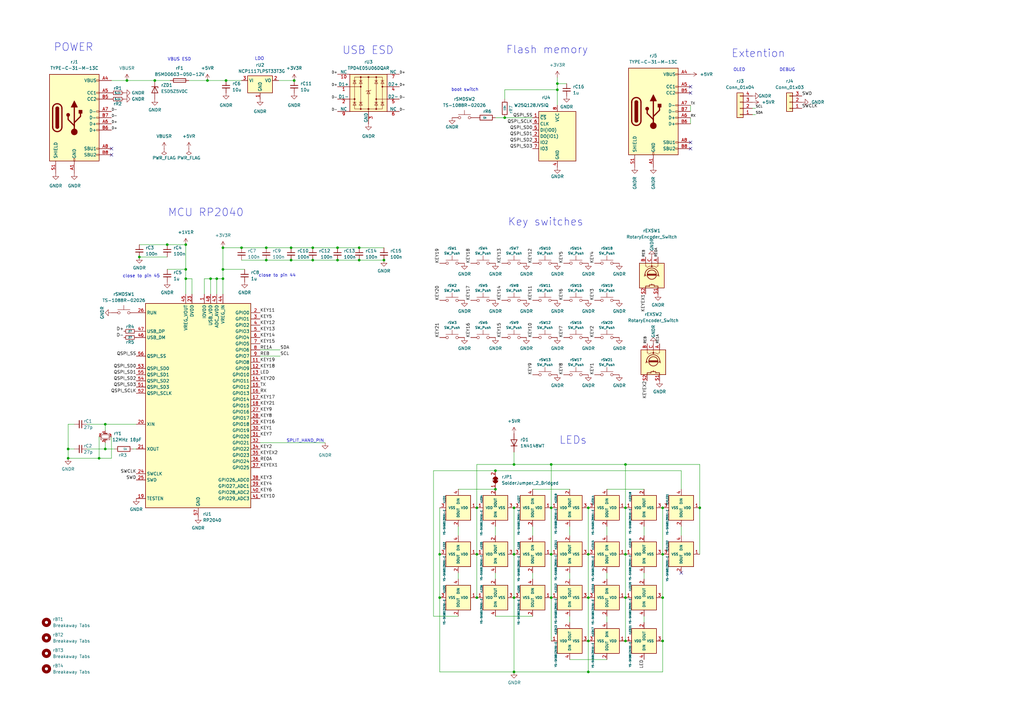
<source format=kicad_sch>
(kicad_sch (version 20230121) (generator eeschema)
  (paper "A3")
  (title_block (title "Corne Right") (date "2023-10-07") (rev "4.0.0") (company "foostan"))
  (junction (at 27.94 184.15))
  (junction (at 228.6 36.83))
  (junction (at 180.34 245.11))
  (junction (at 226.06 227.33))
  (junction (at 210.82 245.11))
  (junction (at 91.44 114.3))
  (junction (at 241.3 227.33))
  (junction (at 256.54 227.33))
  (junction (at 128.27 101.6))
  (junction (at 40.64 187.96))
  (junction (at 195.58 208.28))
  (junction (at 43.18 184.15))
  (junction (at 226.06 245.11))
  (junction (at 271.78 262.89))
  (junction (at 271.78 245.11))
  (junction (at 256.54 262.89))
  (junction (at 157.48 106.68))
  (junction (at 91.44 110.49))
  (junction (at 76.2 100.33))
  (junction (at 241.3 245.11))
  (junction (at 92.71 33.02))
  (junction (at 228.6 34.29))
  (junction (at 210.82 190.5))
  (junction (at 57.15 105.41))
  (junction (at 27.94 187.96))
  (junction (at 99.06 101.6))
  (junction (at 88.9 114.3))
  (junction (at 138.43 106.68))
  (junction (at 271.78 208.28))
  (junction (at 52.07 33.02))
  (junction (at 109.22 101.6))
  (junction (at 120.65 33.02))
  (junction (at 226.06 190.5))
  (junction (at 210.82 227.33))
  (junction (at 203.2 193.04))
  (junction (at 203.2 200.66))
  (junction (at 241.3 208.28))
  (junction (at 128.27 106.68))
  (junction (at 207.01 48.26))
  (junction (at 256.54 208.28))
  (junction (at 119.38 106.68))
  (junction (at 86.36 114.3))
  (junction (at 109.22 106.68))
  (junction (at 68.58 100.33))
  (junction (at 256.54 190.5))
  (junction (at 76.2 114.3))
  (junction (at 91.44 101.6))
  (junction (at 287.02 208.28))
  (junction (at 241.3 262.89))
  (junction (at 85.09 33.02))
  (junction (at 256.54 245.11))
  (junction (at 210.82 275.59))
  (junction (at 226.06 208.28))
  (junction (at 63.5 33.02))
  (junction (at 241.3 275.59))
  (junction (at 119.38 101.6))
  (junction (at 147.32 101.6))
  (junction (at 43.18 173.99))
  (junction (at 195.58 245.11))
  (junction (at 180.34 227.33))
  (junction (at 147.32 106.68))
  (junction (at 195.58 227.33))
  (junction (at 210.82 208.28))
  (junction (at 271.78 227.33))
  (junction (at 76.2 110.49))
  (junction (at 138.43 101.6))
  (no_connect (at 283.21 60.96))
  (no_connect (at 283.21 35.56))
  (no_connect (at 45.72 63.5))
  (no_connect (at 279.4 234.95))
  (no_connect (at 45.72 60.96))
  (no_connect (at 283.21 58.42))
  (no_connect (at 283.21 38.1))
  (wire (pts (xy 91.44 101.6) (xy 99.06 101.6)))
  (wire (pts (xy 241.3 208.28) (xy 241.3 227.33)))
  (wire (pts (xy 106.68 146.05) (xy 114.935 146.05)))
  (wire (pts (xy 138.43 101.6) (xy 147.32 101.6)))
  (wire (pts (xy 83.82 114.3) (xy 86.36 114.3)))
  (wire (pts (xy 85.09 33.02) (xy 92.71 33.02)))
  (wire (pts (xy 210.82 227.33) (xy 210.82 245.11)))
  (wire (pts (xy 27.94 187.96) (xy 40.64 187.96)))
  (wire (pts (xy 241.3 262.89) (xy 241.3 275.59)))
  (wire (pts (xy 210.82 190.5) (xy 195.58 190.5)))
  (wire (pts (xy 180.34 245.11) (xy 180.34 275.59)))
  (wire (pts (xy 27.94 173.99) (xy 27.94 184.15)))
  (wire (pts (xy 147.32 106.68) (xy 157.48 106.68)))
  (wire (pts (xy 138.43 106.68) (xy 147.32 106.68)))
  (wire (pts (xy 256.54 227.33) (xy 256.54 245.11)))
  (wire (pts (xy 30.48 173.99) (xy 27.94 173.99)))
  (wire (pts (xy 226.06 245.11) (xy 226.06 262.89)))
  (wire (pts (xy 264.16 234.95) (xy 264.16 237.49)))
  (wire (pts (xy 106.68 181.61) (xy 133.35 181.61)))
  (wire (pts (xy 177.8 193.04) (xy 203.2 193.04)))
  (wire (pts (xy 114.3 33.02) (xy 120.65 33.02)))
  (wire (pts (xy 271.78 275.59) (xy 241.3 275.59)))
  (wire (pts (xy 43.18 184.15) (xy 43.18 181.61)))
  (wire (pts (xy 86.36 114.3) (xy 86.36 120.65)))
  (wire (pts (xy 233.68 252.73) (xy 233.68 255.27)))
  (wire (pts (xy 248.92 215.9) (xy 248.92 219.71)))
  (wire (pts (xy 180.34 208.28) (xy 180.34 227.33)))
  (wire (pts (xy 119.38 101.6) (xy 128.27 101.6)))
  (wire (pts (xy 218.44 234.95) (xy 218.44 237.49)))
  (wire (pts (xy 109.22 106.68) (xy 119.38 106.68)))
  (wire (pts (xy 68.58 110.49) (xy 76.2 110.49)))
  (wire (pts (xy 35.56 184.15) (xy 43.18 184.15)))
  (wire (pts (xy 76.2 110.49) (xy 76.2 114.3)))
  (wire (pts (xy 210.82 275.59) (xy 241.3 275.59)))
  (wire (pts (xy 91.44 114.3) (xy 88.9 114.3)))
  (wire (pts (xy 63.5 33.02) (xy 69.85 33.02)))
  (wire (pts (xy 76.2 100.33) (xy 76.2 110.49)))
  (wire (pts (xy 271.78 245.11) (xy 271.78 262.89)))
  (wire (pts (xy 283.21 43.18) (xy 283.21 45.72)))
  (wire (pts (xy 91.44 120.65) (xy 91.44 114.3)))
  (wire (pts (xy 228.6 36.83) (xy 207.01 36.83)))
  (wire (pts (xy 91.44 101.6) (xy 91.44 110.49)))
  (wire (pts (xy 279.4 193.04) (xy 279.4 200.66)))
  (wire (pts (xy 43.18 176.53) (xy 43.18 173.99)))
  (wire (pts (xy 99.06 106.68) (xy 109.22 106.68)))
  (wire (pts (xy 233.68 237.49) (xy 233.68 234.95)))
  (wire (pts (xy 233.68 200.66) (xy 218.44 200.66)))
  (wire (pts (xy 256.54 245.11) (xy 256.54 262.89)))
  (wire (pts (xy 309.88 46.99) (xy 308.61 46.99)))
  (wire (pts (xy 27.94 184.15) (xy 30.48 184.15)))
  (wire (pts (xy 287.02 208.28) (xy 287.02 227.33)))
  (wire (pts (xy 241.3 227.33) (xy 241.3 245.11)))
  (wire (pts (xy 195.58 190.5) (xy 195.58 208.28)))
  (wire (pts (xy 45.72 187.96) (xy 40.64 187.96)))
  (wire (pts (xy 207.01 48.26) (xy 218.44 48.26)))
  (wire (pts (xy 203.2 252.73) (xy 218.44 252.73)))
  (wire (pts (xy 233.68 219.71) (xy 233.68 215.9)))
  (wire (pts (xy 177.8 193.04) (xy 177.8 252.73)))
  (wire (pts (xy 218.44 219.71) (xy 218.44 215.9)))
  (wire (pts (xy 264.16 215.9) (xy 264.16 219.71)))
  (wire (pts (xy 40.64 179.07) (xy 40.64 187.96)))
  (wire (pts (xy 86.36 114.3) (xy 88.9 114.3)))
  (wire (pts (xy 283.21 48.26) (xy 283.21 50.8)))
  (wire (pts (xy 195.58 227.33) (xy 195.58 245.11)))
  (wire (pts (xy 271.78 208.28) (xy 271.78 227.33)))
  (wire (pts (xy 106.68 143.51) (xy 114.935 143.51)))
  (wire (pts (xy 57.15 105.41) (xy 68.58 105.41)))
  (wire (pts (xy 119.38 106.68) (xy 128.27 106.68)))
  (wire (pts (xy 68.58 100.33) (xy 76.2 100.33)))
  (wire (pts (xy 147.32 101.6) (xy 157.48 101.6)))
  (wire (pts (xy 91.44 110.49) (xy 91.44 114.3)))
  (wire (pts (xy 83.82 114.3) (xy 83.82 120.65)))
  (wire (pts (xy 43.18 173.99) (xy 55.88 173.99)))
  (wire (pts (xy 180.34 227.33) (xy 180.34 245.11)))
  (wire (pts (xy 210.82 208.28) (xy 210.82 227.33)))
  (wire (pts (xy 52.07 33.02) (xy 63.5 33.02)))
  (wire (pts (xy 88.9 114.3) (xy 88.9 120.65)))
  (wire (pts (xy 309.88 44.45) (xy 308.61 44.45)))
  (wire (pts (xy 279.4 215.9) (xy 279.4 219.71)))
  (wire (pts (xy 54.61 184.15) (xy 55.88 184.15)))
  (wire (pts (xy 45.72 33.02) (xy 52.07 33.02)))
  (wire (pts (xy 256.54 190.5) (xy 287.02 190.5)))
  (wire (pts (xy 256.54 190.5) (xy 256.54 208.28)))
  (wire (pts (xy 128.27 101.6) (xy 138.43 101.6)))
  (wire (pts (xy 76.2 120.65) (xy 76.2 114.3)))
  (wire (pts (xy 203.2 237.49) (xy 203.2 234.95)))
  (wire (pts (xy 45.72 179.07) (xy 45.72 187.96)))
  (wire (pts (xy 203.2 219.71) (xy 203.2 215.9)))
  (wire (pts (xy 203.2 193.04) (xy 279.4 193.04)))
  (wire (pts (xy 91.44 110.49) (xy 100.33 110.49)))
  (wire (pts (xy 241.3 245.11) (xy 241.3 262.89)))
  (wire (pts (xy 271.78 262.89) (xy 271.78 275.59)))
  (wire (pts (xy 109.22 101.6) (xy 119.38 101.6)))
  (wire (pts (xy 256.54 208.28) (xy 256.54 227.33)))
  (wire (pts (xy 228.6 36.83) (xy 228.6 43.18)))
  (wire (pts (xy 248.92 270.51) (xy 233.68 270.51)))
  (wire (pts (xy 187.96 234.95) (xy 187.96 237.49)))
  (wire (pts (xy 287.02 190.5) (xy 287.02 208.28)))
  (wire (pts (xy 228.6 31.75) (xy 228.6 34.29)))
  (wire (pts (xy 203.2 48.26) (xy 207.01 48.26)))
  (wire (pts (xy 210.82 190.5) (xy 226.06 190.5)))
  (wire (pts (xy 128.27 106.68) (xy 138.43 106.68)))
  (wire (pts (xy 195.58 208.28) (xy 195.58 227.33)))
  (wire (pts (xy 35.56 173.99) (xy 43.18 173.99)))
  (wire (pts (xy 228.6 34.29) (xy 232.41 34.29)))
  (wire (pts (xy 248.92 234.95) (xy 248.92 237.49)))
  (wire (pts (xy 203.2 200.66) (xy 187.96 200.66)))
  (wire (pts (xy 78.74 114.3) (xy 76.2 114.3)))
  (wire (pts (xy 92.71 33.02) (xy 99.06 33.02)))
  (wire (pts (xy 228.6 34.29) (xy 228.6 36.83)))
  (wire (pts (xy 271.78 227.33) (xy 271.78 245.11)))
  (wire (pts (xy 248.92 200.66) (xy 264.16 200.66)))
  (wire (pts (xy 226.06 208.28) (xy 226.06 227.33)))
  (wire (pts (xy 226.06 190.5) (xy 226.06 208.28)))
  (wire (pts (xy 210.82 185.42) (xy 210.82 190.5)))
  (wire (pts (xy 207.01 36.83) (xy 207.01 40.64)))
  (wire (pts (xy 99.06 101.6) (xy 109.22 101.6)))
  (wire (pts (xy 226.06 190.5) (xy 256.54 190.5)))
  (wire (pts (xy 43.18 184.15) (xy 46.99 184.15)))
  (wire (pts (xy 27.94 184.15) (xy 27.94 187.96)))
  (wire (pts (xy 57.15 100.33) (xy 68.58 100.33)))
  (wire (pts (xy 78.74 120.65) (xy 78.74 114.3)))
  (wire (pts (xy 226.06 227.33) (xy 226.06 245.11)))
  (wire (pts (xy 77.47 33.02) (xy 85.09 33.02)))
  (wire (pts (xy 180.34 275.59) (xy 210.82 275.59)))
  (wire (pts (xy 187.96 215.9) (xy 187.96 219.71)))
  (wire (pts (xy 187.96 252.73) (xy 177.8 252.73)))
  (wire (pts (xy 264.16 252.73) (xy 264.16 255.27)))
  (wire (pts (xy 210.82 245.11) (xy 210.82 275.59)))
  (wire (pts (xy 248.92 252.73) (xy 248.92 255.27)))
  (text "USB ESD" (at 140.335 22.606 0) (effects (font (size 3.175 3.175)) (justify left bottom)))
  (text "Flash memory" (at 207.518 22.352 0) (effects (font (size 3.175 3.175)) (justify left bottom)))
  (text "MCU RP2040" (at 68.834 89.154 0) (effects (font (size 3.175 3.175)) (justify left bottom)))
  (text "DEBUG" (at 319.659 29.464 0) (effects (font (size 1.27 1.27)) (justify left bottom)))
  (text "POWER\n" (at 21.971 21.336 0) (effects (font (size 3.175 3.175)) (justify left bottom)))
  (text "boot switch" (at 185.039 37.592 0) (effects (font (size 1.27 1.27)) (justify left bottom)))
  (text "LDO" (at 104.521 24.892 0) (effects (font (size 1.27 1.27)) (justify left bottom)))
  (text "Key switches" (at 208.28 92.964 0) (effects (font (size 3.175 3.175)) (justify left bottom)))
  (text "LEDs" (at 229.362 182.499 0) (effects (font (size 3.175 3.175)) (justify left bottom)))
  (text "Extention" (at 299.974 23.876 0) (effects (font (size 3.175 3.175)) (justify left bottom)))
  (text "OLED" (at 300.736 29.464 0) (effects (font (size 1.27 1.27)) (justify left bottom)))
  (text "close to pin 45" (at 50.292 114.046 0) (effects (font (size 1.27 1.27)) (justify left bottom)))
  (text "close to pin 44" (at 106.045 113.792 0) (effects (font (size 1.27 1.27)) (justify left bottom)))
  (text "SPLIT_HAND_PIN" (at 117.475 181.61 0) (effects (font (size 1.27 1.27)) (justify left bottom)))
  (text "VBUS ESD" (at 68.707 25.146 0) (effects (font (size 1.27 1.27)) (justify left bottom)))
  (label "QSPI_SCLK" (at 55.88 161.29 180))
  (label "KEYEX2" (at 265.43 156.21 270))
  (label "SWCLK" (at 55.88 194.31 180))
  (label "TX" (at 106.68 158.75 0))
  (label "SCL" (at 309.88 44.45 0) (effects (font (size 1 1))))
  (label "RE0A" (at 269.875 105.41 90) (effects (font (size 1 1))))
  (label "KEY8" (at 106.68 171.45 0))
  (label "D+" (at 163.83 35.56 0) (effects (font (size 1 1))))
  (label "KEY19" (at 180.34 107.95 90))
  (label "D-" (at 45.72 45.72 0) (effects (font (size 1 1))))
  (label "KEY18" (at 106.68 151.13 0))
  (label "KEY4" (at 243.84 107.95 90))
  (label "KEY6" (at 231.14 123.19 90))
  (label "RE0A" (at 106.68 189.23 0))
  (label "RX" (at 106.68 161.29 0))
  (label "D-" (at 163.83 40.64 0) (effects (font (size 1 1))))
  (label "KEY14" (at 205.74 123.19 90))
  (label "KEY12" (at 218.44 107.95 90))
  (label "KEY20" (at 180.34 123.19 90))
  (label "QSPI_SD3" (at 55.88 158.75 180))
  (label "QSPI_SCLK" (at 218.44 50.8 180))
  (label "KEY16" (at 106.68 173.99 0))
  (label "QSPI_SD1" (at 218.44 55.88 180))
  (label "KEY3" (at 243.84 123.19 90))
  (label "KEY2" (at 243.84 138.43 90))
  (label "D-" (at 45.72 48.26 0) (effects (font (size 1 1))))
  (label "KEY16" (at 193.04 138.43 90))
  (label "KEY15" (at 205.74 138.43 90))
  (label "SWD" (at 55.88 196.85 180))
  (label "KEY11" (at 218.44 123.19 90))
  (label "SDA" (at 114.935 143.51 0))
  (label "KEY9" (at 106.68 168.91 0))
  (label "KEY18" (at 193.04 107.95 90))
  (label "D+" (at 138.43 35.56 180) (effects (font (size 1 1))))
  (label "D-" (at 163.83 45.72 0) (effects (font (size 1 1))))
  (label "QSPI_SD2" (at 218.44 58.42 180))
  (label "KEY17" (at 193.04 123.19 90))
  (label "QSPI_SD2" (at 55.88 156.21 180))
  (label "KEY13" (at 205.74 107.95 90))
  (label "KEY7" (at 106.68 179.07 0))
  (label "D+" (at 45.72 50.8 0) (effects (font (size 1 1))))
  (label "KEY10" (at 218.44 138.43 90))
  (label "KEY9" (at 218.44 153.67 90))
  (label "QSPI_SS" (at 218.44 48.26 180))
  (label "KEY5" (at 106.68 130.81 0))
  (label "REB" (at 106.68 146.05 0))
  (label "KEY1" (at 243.84 153.67 90))
  (label "SCL" (at 114.935 146.05 0))
  (label "KEY19" (at 106.68 148.59 0))
  (label "KEYEX1" (at 264.795 120.65 270))
  (label "KEY2" (at 106.68 184.15 0))
  (label "KEY12" (at 106.68 133.35 0))
  (label "QSPI_SS" (at 55.88 146.05 180))
  (label "KEY7" (at 231.14 138.43 90))
  (label "KEY4" (at 106.68 199.39 0))
  (label "QSPI_SD0" (at 218.44 53.34 180))
  (label "KEY15" (at 106.68 140.97 0))
  (label "KEY20" (at 106.68 156.21 0))
  (label "D-" (at 50.8 138.43 180))
  (label "SWD" (at 328.93 39.37 0))
  (label "KEY21" (at 180.34 138.43 90))
  (label "REB" (at 265.43 140.97 90) (effects (font (size 1 1))))
  (label "KEY17" (at 106.68 163.83 0))
  (label "RE1A" (at 270.51 140.97 90) (effects (font (size 1 1))))
  (label "KEY14" (at 106.68 138.43 0))
  (label "D+" (at 163.83 30.48 0) (effects (font (size 1 1))))
  (label "KEY1" (at 106.68 176.53 0))
  (label "LED" (at 264.16 270.51 270))
  (label "KEYEX2" (at 106.68 186.69 0))
  (label "REB" (at 264.795 105.41 90) (effects (font (size 1 1))))
  (label "KEY21" (at 106.68 166.37 0))
  (label "D-" (at 138.43 45.72 180) (effects (font (size 1 1))))
  (label "SWCLK" (at 328.93 44.45 0))
  (label "SDA" (at 309.88 46.99 0) (effects (font (size 1 1))))
  (label "RX" (at 283.21 48.26 0) (effects (font (size 1 1))))
  (label "KEYEX1" (at 106.68 191.77 0))
  (label "QSPI_SD3" (at 218.44 60.96 180))
  (label "D+" (at 138.43 30.48 180) (effects (font (size 1 1))))
  (label "D+" (at 50.8 135.89 180))
  (label "KEY13" (at 106.68 135.89 0))
  (label "KEY3" (at 106.68 196.85 0))
  (label "D+" (at 45.72 53.34 0) (effects (font (size 1 1))))
  (label "KEY11" (at 106.68 128.27 0))
  (label "KEY5" (at 231.14 107.95 90))
  (label "D-" (at 138.43 40.64 180) (effects (font (size 1 1))))
  (label "KEY10" (at 106.68 204.47 0))
  (label "KEY6" (at 106.68 201.93 0))
  (label "QSPI_SD0" (at 55.88 151.13 180))
  (label "TX" (at 283.21 43.18 0) (effects (font (size 1 1))))
  (label "RE1A" (at 106.68 143.51 0))
  (label "LED" (at 106.68 153.67 0))
  (label "KEY8" (at 231.14 153.67 90))
  (label "QSPI_SD1" (at 55.88 153.67 180))
  (symbol (lib_id "kbd:GNDR") (at 328.93 41.91 90) (unit 1)
    (property "Reference" "#PWR0120" (effects hide))
    (property "Value" "GNDR" (at 332.74 41.91 90) (effects (justify right)))
  )
  (symbol (lib_id "kbd_local:YS-SK6812MINI-E") (at 233.68 245.11 90) (unit 1)
    (property "Reference" "rLED12" (at 227.965 243.205 0) (effects (font (size 0.7366 0.7366)) (justify left)))
    (property "Value" "YS-SK6812MINI-E" (at 227.965 255.905 0) (effects (font (size 0.7366 0.7366)) (justify left)))
    (property "Footprint" "kbd_local:YS-SK6812MINI-E" (effects hide))
  )
  (symbol (lib_id "Device:C_Small") (at 33.02 184.15 270) (unit 1)
    (property "Reference" "rC2" (at 34.29 182.88 90) (effects (justify left)))
    (property "Value" "27p" (at 34.29 185.42 90) (effects (justify left)))
    (property "Footprint" "Capacitor_SMD:C_0402_1005Metric" (effects hide))
  )
  (symbol (lib_id "kbd:+3V3R") (at 120.65 33.02 0) (unit 1)
    (property "Reference" "#PWR070" (effects hide))
    (property "Value" "+3V3R" (at 120.65 27.94 0))
  )
  (symbol (lib_id "kbd:GNDR") (at 63.5 40.64 0) (unit 1)
    (property "Reference" "#PWR0136" (effects hide))
    (property "Value" "GNDR" (at 63.5 45.085 0))
  )
  (symbol (lib_id "kbd:GNDR") (at 241.3 123.19 0) (unit 1)
    (property "Reference" "#PWR0114" (effects hide))
    (property "Value" "GNDR" (at 241.3 127.635 0))
  )
  (symbol (lib_id "Switch:SW_Push") (at 236.22 123.19 0) (unit 1)
    (property "Reference" "rSW15" (at 236.22 117.094 0) (effects (font (size 1 1))))
    (property "Value" "SW_Push" (at 236.22 119.126 0) (effects (font (size 1 1))))
    (property "Footprint" "kbd:keyswitch_cherrymx_hotswap_1u" (effects hide))
  )
  (symbol (lib_name "SW_Push_1") (lib_id "Switch:SW_Push") (at 248.92 107.95 0) (unit 1)
    (property "Reference" "rSW18" (at 248.92 101.854 0) (effects (font (size 1 1))))
    (property "Value" "SW_Push" (at 248.92 103.886 0) (effects (font (size 1 1))))
    (property "Footprint" "kbd:keyswitch_cherrymx_hotswap_1u" (effects hide))
  )
  (symbol (lib_id "kbd:GNDR") (at 215.9 107.95 0) (unit 1)
    (property "Reference" "#PWR0111" (effects hide))
    (property "Value" "GNDR" (at 215.9 112.395 0))
  )
  (symbol (lib_id "kbd:GNDR") (at 241.3 153.67 0) (unit 1)
    (property "Reference" "#PWR0130" (effects hide))
    (property "Value" "GNDR" (at 241.3 158.115 0))
  )
  (symbol (lib_id "Regulator_Linear:NCP1117-3.3_SOT223") (at 106.68 33.02 0) (unit 1)
    (property "Reference" "rU2" (at 106.68 26.67 0))
    (property "Value" "NCP1117LPST33T3G" (at 107.315 29.21 0))
    (property "Footprint" "Package_TO_SOT_SMD:SOT-223-3_TabPin2" (effects hide))
    (property "Datasheet" "http://www.onsemi.com/pub_link/Collateral/NCP1117-D.PDF" (effects hide))
    (property "JLCPCB Part #" "C146799" (effects hide))
  )
  (symbol (lib_id "kbd_local:YS-SK6812MINI-E") (at 248.92 208.28 270) (unit 1)
    (property "Reference" "rLED14" (at 243.205 203.2 0) (effects (font (size 0.7366 0.7366)) (justify left)))
    (property "Value" "YS-SK6812MINI-E" (at 243.205 208.915 0) (effects (font (size 0.7366 0.7366)) (justify left)))
    (property "Footprint" "kbd_local:YS-SK6812MINI-E" (effects hide))
  )
  (symbol (lib_id "kbd_local:VBUSR") (at 67.31 60.96 0) (unit 1)
    (property "Reference" "#PWR065" (effects hide))
    (property "Value" "VBUSR" (at 67.31 55.88 0))
  )
  (symbol (lib_id "kbd:GNDR") (at 267.97 140.97 180) (unit 1)
    (property "Reference" "#PWR0123" (effects hide))
    (property "Value" "GNDR" (at 267.97 135.89 90))
  )
  (symbol (lib_id "Device:Fuse") (at 73.66 33.02 90) (unit 1)
    (property "Reference" "rF1" (at 73.66 27.94 90))
    (property "Value" "BSMD0603-050-12V" (at 73.66 30.48 90))
    (property "Footprint" "Fuse:Fuse_0603_1608Metric" (effects hide))
    (property "Description" "12V 500mA 40A 1A 0603 Resettable Fuses ROHS" (effects hide))
    (property "JLCPCB Part #" "C2844464" (effects hide))
  )
  (symbol (lib_id "kbd:GNDR") (at 215.9 123.19 0) (unit 1)
    (property "Reference" "#PWR0116" (effects hide))
    (property "Value" "GNDR" (at 215.9 127.635 0))
  )
  (symbol (lib_id "Connector:USB_C_Receptacle_USB2.0") (at 30.48 48.26 0) (unit 1)
    (property "Reference" "rJ1" (at 30.48 25.4 0))
    (property "Value" "TYPE-C-31-M-13C" (at 30.48 27.94 0))
    (property "Footprint" "kbd_local:TYPE-C-31-M-13C" (effects hide))
    (property "Datasheet" "https://www.usb.org/sites/default/files/documents/usb_type-c.zip" (effects hide))
    (property "JLCPCB Part #" "C2848620" (effects hide))
  )
  (symbol (lib_id "kbd:GNDR") (at 22.86 71.12 0) (unit 1)
    (property "Reference" "#PWR0137" (effects hide))
    (property "Value" "GNDR" (at 22.86 76.2 0))
  )
  (symbol (lib_id "kbd:GNDR") (at 81.28 212.09 0) (unit 1)
    (property "Reference" "#PWR0139" (effects hide))
    (property "Value" "GNDR" (at 81.28 216.535 0))
  )
  (symbol (lib_id "Device:RotaryEncoder_Switch") (at 267.97 148.59 270) (unit 1)
    (property "Reference" "rEXSW2" (at 267.97 128.905 90))
    (property "Value" "RotaryEncoder_Switch" (at 267.97 131.445 90))
    (property "Footprint" "kbd_local:keyswitch_cherrymx_hotswap_1u_rotary_encoder_ec12" (effects hide))
  )
  (symbol (lib_id "kbd:GNDR") (at 50.8 40.64 90) (unit 1)
    (property "Reference" "#PWR0135" (effects hide))
    (property "Value" "GNDR" (at 53.975 40.64 90) (effects (justify right)))
  )
  (symbol (lib_id "Switch:SW_Push") (at 236.22 107.95 0) (unit 1)
    (property "Reference" "rSW14" (at 236.22 101.854 0) (effects (font (size 1 1))))
    (property "Value" "SW_Push" (at 236.22 103.886 0) (effects (font (size 1 1))))
    (property "Footprint" "kbd:keyswitch_cherrymx_hotswap_1u" (effects hide))
  )
  (symbol (lib_id "kbd:GNDR") (at 190.5 107.95 0) (unit 1)
    (property "Reference" "#PWR0103" (effects hide))
    (property "Value" "GNDR" (at 190.5 112.395 0))
  )
  (symbol (lib_id "kbd_local:YS-SK6812MINI-E") (at 203.2 208.28 90) (unit 1)
    (property "Reference" "rLED4" (at 197.485 206.375 0) (effects (font (size 0.7366 0.7366)) (justify left)))
    (property "Value" "YS-SK6812MINI-E" (at 197.485 219.71 0) (effects (font (size 0.7366 0.7366)) (justify left)))
    (property "Footprint" "kbd_local:YS-SK6812MINI-E" (effects hide))
  )
  (symbol (lib_id "Switch:SW_Push") (at 198.12 138.43 0) (unit 1)
    (property "Reference" "rSW6" (at 198.12 132.334 0) (effects (font (size 1 1))))
    (property "Value" "SW_Push" (at 198.12 134.366 0) (effects (font (size 1 1))))
    (property "Footprint" "kbd:keyswitch_cherrymx_hotswap_1u" (effects hide))
  )
  (symbol (lib_id "kbd:+5VR") (at 210.82 177.8 0) (unit 1)
    (property "Reference" "#PWR069" (effects hide))
    (property "Value" "+5VR" (at 210.82 172.72 0))
  )
  (symbol (lib_id "kbd_local:YS-SK6812MINI-E") (at 233.68 227.33 90) (unit 1)
    (property "Reference" "rLED11" (at 227.965 225.425 0) (effects (font (size 0.7366 0.7366)) (justify left)))
    (property "Value" "YS-SK6812MINI-E" (at 227.965 238.125 0) (effects (font (size 0.7366 0.7366)) (justify left)))
    (property "Footprint" "kbd_local:YS-SK6812MINI-E" (effects hide))
  )
  (symbol (lib_id "kbd:GNDR") (at 260.35 68.58 0) (unit 1)
    (property "Reference" "#PWR03" (effects hide))
    (property "Value" "GNDR" (at 260.35 72.39 90) (effects (justify right)))
  )
  (symbol (lib_id "kbd:GNDR") (at 254 138.43 0) (unit 1)
    (property "Reference" "#PWR0129" (effects hide))
    (property "Value" "GNDR" (at 254 142.875 0))
  )
  (symbol (lib_id "kbd:GNDR") (at 151.13 50.8 0) (unit 1)
    (property "Reference" "#PWR0145" (effects hide))
    (property "Value" "GNDR" (at 151.13 55.88 0))
  )
  (symbol (lib_id "kbd:GNDR") (at 269.875 120.65 0) (unit 1)
    (property "Reference" "#PWR0125" (effects hide))
    (property "Value" "GNDR" (at 269.875 125.095 0))
  )
  (symbol (lib_id "Switch:SW_Push") (at 210.82 138.43 0) (unit 1)
    (property "Reference" "rSW9" (at 210.82 132.334 0) (effects (font (size 1 1))))
    (property "Value" "SW_Push" (at 210.82 134.366 0) (effects (font (size 1 1))))
    (property "Footprint" "kbd:keyswitch_cherrymx_hotswap_1u" (effects hide))
  )
  (symbol (lib_id "Device:R_Small") (at 48.26 40.64 270) (unit 1)
    (property "Reference" "rR2" (at 48.26 42.545 90))
    (property "Value" "5.1k" (at 48.26 40.64 90) (effects (font (size 0.762 0.762))))
    (property "Footprint" "Resistor_SMD:R_0402_1005Metric" (effects hide))
  )
  (symbol (lib_id "Diode:1N4148WT") (at 210.82 181.61 90) (unit 1)
    (property "Reference" "rD1" (at 213.36 180.34 90) (effects (justify right)))
    (property "Value" "1N4148WT" (at 213.36 182.88 90) (effects (justify right)))
    (property "Footprint" "Diode_SMD:D_SOD-523" (effects hide))
    (property "Datasheet" "https://www.diodes.com/assets/Datasheets/ds30396.pdf" (effects hide))
    (property "JLCPCB Part #" "C232841" (effects hide))
  )
  (symbol (lib_id "Device:Crystal_GND24_Small") (at 43.18 179.07 270) (unit 1)
    (property "Reference" "rY1" (at 48.26 177.8 90))
    (property "Value" "12MHz 18pF" (at 52.07 180.34 90))
    (property "Footprint" "Crystal:Crystal_SMD_3225-4Pin_3.2x2.5mm" (effects hide))
    (property "Description" "12MHz 18pF ±20ppm SMD3225-4P Crystals ROHS" (effects hide))
    (property "MFR.Part #" "Q22FA23V0041800" (effects hide))
    (property "JLCPCB Part #" "C91749" (effects hide))
  )
  (symbol (lib_id "kbd:GNDR") (at 267.97 68.58 0) (unit 1)
    (property "Reference" "#PWR02" (effects hide))
    (property "Value" "GNDR" (at 267.97 72.39 90) (effects (justify right)))
  )
  (symbol (lib_id "kbd_local:YS-SK6812MINI-E") (at 248.92 245.11 270) (unit 1)
    (property "Reference" "rLED16" (at 243.205 239.395 0) (effects (font (size 0.7366 0.7366)) (justify left)))
    (property "Value" "YS-SK6812MINI-E" (at 243.205 245.745 0) (effects (font (size 0.7366 0.7366)) (justify left)))
    (property "Footprint" "kbd_local:YS-SK6812MINI-E" (effects hide))
  )
  (symbol (lib_id "Switch:SW_Push") (at 248.92 153.67 0) (unit 1)
    (property "Reference" "rSW21" (at 248.92 147.574 0) (effects (font (size 1 1))))
    (property "Value" "SW_Push" (at 248.92 149.606 0) (effects (font (size 1 1))))
    (property "Footprint" "kbd:keyswitch_cherrymx_hotswap_1.5u" (effects hide))
  )
  (symbol (lib_id "kbd:GNDR") (at 215.9 138.43 0) (unit 1)
    (property "Reference" "#PWR0117" (effects hide))
    (property "Value" "GNDR" (at 215.9 142.875 0))
  )
  (symbol (lib_id "kbd:GNDR") (at 185.42 48.26 0) (unit 1)
    (property "Reference" "#PWR0110" (effects hide))
    (property "Value" "GNDR" (at 185.42 52.07 0))
  )
  (symbol (lib_id "Mechanical:MountingHole") (at 19.05 274.32 0) (unit 1)
    (property "Reference" "rBT4" (at 21.59 273.05 0) (effects (justify left)))
    (property "Value" "Breakaway Tabs" (at 21.59 275.59 0) (effects (justify left)))
    (property "Footprint" "kbd_local:Breakaway_Tabs" (effects hide))
  )
  (symbol (lib_id "Device:C_Small") (at 57.15 102.87 0) (unit 1)
    (property "Reference" "rC3" (at 59.69 101.6 0) (effects (justify left)))
    (property "Value" "100n" (at 59.69 104.14 0) (effects (justify left)))
    (property "Footprint" "Capacitor_SMD:C_0402_1005Metric" (effects hide))
  )
  (symbol (lib_id "Diode:ESD5Zxx") (at 63.5 36.83 270) (unit 1)
    (property "Reference" "rZD1" (at 66.04 34.925 90) (effects (justify left)))
    (property "Value" "ESD5Z5V0C" (at 66.04 37.465 90) (effects (justify left)))
    (property "Footprint" "Diode_SMD:D_SOD-523" (effects hide))
    (property "Datasheet" "https://www.onsemi.com/pdf/datasheet/esd5z2.5t1-d.pdf" (effects hide))
    (property "JLCPCB Part #" "C2901325" (effects hide))
  )
  (symbol (lib_id "kbd_local:VBUSR") (at 52.07 33.02 0) (unit 1)
    (property "Reference" "#PWR066" (effects hide))
    (property "Value" "VBUSR" (at 52.07 27.94 0))
  )
  (symbol (lib_id "kbd_local:YS-SK6812MINI-E") (at 248.92 262.89 270) (unit 1)
    (property "Reference" "rLED17" (at 243.205 257.175 0) (effects (font (size 0.7366 0.7366)) (justify left)))
    (property "Value" "YS-SK6812MINI-E" (at 243.205 263.525 0) (effects (font (size 0.7366 0.7366)) (justify left)))
    (property "Footprint" "kbd_local:YS-SK6812MINI-E" (effects hide))
  )
  (symbol (lib_id "kbd:GNDR") (at 55.88 204.47 0) (unit 1)
    (property "Reference" "#PWR0142" (effects hide))
    (property "Value" "GNDR" (at 55.88 208.915 0))
  )
  (symbol (lib_id "Device:C_Small") (at 68.58 102.87 0) (unit 1)
    (property "Reference" "rC4" (at 71.12 101.6 0) (effects (justify left)))
    (property "Value" "100n" (at 71.12 104.14 0) (effects (justify left)))
    (property "Footprint" "Capacitor_SMD:C_0402_1005Metric" (effects hide))
  )
  (symbol (lib_id "kbd:GNDR") (at 241.3 138.43 0) (unit 1)
    (property "Reference" "#PWR0118" (effects hide))
    (property "Value" "GNDR" (at 241.3 142.875 0))
  )
  (symbol (lib_id "kbd_local:YS-SK6812MINI-E") (at 233.68 208.28 90) (unit 1)
    (property "Reference" "rLED10" (at 227.965 206.375 0) (effects (font (size 0.7366 0.7366)) (justify left)))
    (property "Value" "YS-SK6812MINI-E" (at 227.965 219.075 0) (effects (font (size 0.7366 0.7366)) (justify left)))
    (property "Footprint" "kbd_local:YS-SK6812MINI-E" (effects hide))
  )
  (symbol (lib_id "kbd_local:YS-SK6812MINI-E") (at 264.16 208.28 90) (unit 1)
    (property "Reference" "rLED18" (at 258.445 205.74 0) (effects (font (size 0.7366 0.7366)) (justify left)))
    (property "Value" "YS-SK6812MINI-E" (at 258.445 219.075 0) (effects (font (size 0.7366 0.7366)) (justify left)))
    (property "Footprint" "kbd_local:YS-SK6812MINI-E" (effects hide))
  )
  (symbol (lib_id "kbd:GNDR") (at 254 123.19 0) (unit 1)
    (property "Reference" "#PWR0124" (effects hide))
    (property "Value" "GNDR" (at 254 127.635 0))
  )
  (symbol (lib_id "Device:C_Small") (at 100.33 113.03 0) (unit 1)
    (property "Reference" "rC8" (at 102.87 111.76 0) (effects (justify left)))
    (property "Value" "1u" (at 102.87 114.3 0) (effects (justify left)))
    (property "Footprint" "Capacitor_SMD:C_0402_1005Metric" (effects hide))
  )
  (symbol (lib_id "Switch:SW_Push") (at 198.12 123.19 0) (unit 1)
    (property "Reference" "rSW5" (at 198.12 117.094 0) (effects (font (size 1 1))))
    (property "Value" "SW_Push" (at 198.12 119.126 0) (effects (font (size 1 1))))
    (property "Footprint" "kbd:keyswitch_cherrymx_hotswap_1u" (effects hide))
  )
  (symbol (lib_id "Device:C_Small") (at 128.27 104.14 0) (unit 1)
    (property "Reference" "rC12" (at 130.81 102.87 0) (effects (justify left)))
    (property "Value" "100n" (at 131.445 105.41 0) (effects (justify left)))
    (property "Footprint" "Capacitor_SMD:C_0402_1005Metric" (effects hide))
  )
  (symbol (lib_id "Switch:SW_Push") (at 185.42 138.43 0) (unit 1)
    (property "Reference" "rSW3" (at 185.42 132.334 0) (effects (font (size 1 1))))
    (property "Value" "SW_Push" (at 185.42 134.366 0) (effects (font (size 1 1))))
    (property "Footprint" "kbd:keyswitch_cherrymx_hotswap_1u" (effects hide))
  )
  (symbol (lib_id "kbd:GNDR") (at 57.15 105.41 0) (unit 1)
    (property "Reference" "#PWR0149" (effects hide))
    (property "Value" "GNDR" (at 57.15 109.855 0))
  )
  (symbol (lib_id "Connector:USB_C_Receptacle_USB2.0") (at 267.97 45.72 0) (unit 1)
    (property "Reference" "rJ5" (at 267.97 22.86 0))
    (property "Value" "TYPE-C-31-M-13C" (at 267.97 25.4 0))
    (property "Footprint" "kbd_local:TYPE-C-31-M-13C" (effects hide))
    (property "Datasheet" "https://www.usb.org/sites/default/files/documents/usb_type-c.zip" (effects hide))
    (property "JLCPCB Part #" "C2848620" (effects hide))
  )
  (symbol (lib_id "kbd:GNDR") (at 106.68 40.64 0) (unit 1)
    (property "Reference" "#PWR0148" (effects hide))
    (property "Value" "GNDR" (at 106.68 45.72 0))
  )
  (symbol (lib_id "kbd:GNDR") (at 210.82 275.59 0) (unit 1)
    (property "Reference" "#PWR0101" (effects hide))
    (property "Value" "GNDR" (at 210.947 279.9842 0))
  )
  (symbol (lib_id "kbd:+1V1R") (at 76.2 100.33 0) (unit 1)
    (property "Reference" "#PWR073" (effects hide))
    (property "Value" "+1V1R" (at 76.2 95.25 0))
  )
  (symbol (lib_id "kbd:+5VR") (at 85.09 33.02 0) (unit 1)
    (property "Reference" "#PWR068" (effects hide))
    (property "Value" "+5VR" (at 85.09 27.94 0))
  )
  (symbol (lib_id "kbd:GNDR") (at 254 107.95 0) (unit 1)
    (property "Reference" "#PWR0126" (effects hide))
    (property "Value" "GNDR" (at 254 112.395 0))
  )
  (symbol (lib_id "Switch:SW_Push") (at 223.52 153.67 0) (unit 1)
    (property "Reference" "rSW13" (at 223.52 147.574 0) (effects (font (size 1 1))))
    (property "Value" "SW_Push" (at 223.52 149.606 0) (effects (font (size 1 1))))
    (property "Footprint" "kbd:keyswitch_cherrymx_hotswap_1u" (effects hide))
  )
  (symbol (lib_id "Device:C_Small") (at 119.38 104.14 0) (unit 1)
    (property "Reference" "rC10" (at 121.92 102.87 0) (effects (justify left)))
    (property "Value" "100n" (at 121.92 105.41 0) (effects (justify left)))
    (property "Footprint" "Capacitor_SMD:C_0402_1005Metric" (effects hide))
  )
  (symbol (lib_id "Switch:SW_Push") (at 185.42 107.95 0) (unit 1)
    (property "Reference" "rSW1" (at 185.42 101.854 0) (effects (font (size 1 1))))
    (property "Value" "SW_Push" (at 185.42 103.886 0) (effects (font (size 1 1))))
    (property "Footprint" "kbd:keyswitch_cherrymx_hotswap_1u" (effects hide))
  )
  (symbol (lib_id "Power_Protection:TPD4EUSB30") (at 151.13 38.1 0) (unit 1)
    (property "Reference" "rU3" (at 151.13 25.4 0))
    (property "Value" "TPD4E05U06DQAR" (at 151.13 27.94 0))
    (property "Footprint" "Package_SON:USON-10_2.5x1.0mm_P0.5mm" (effects hide))
    (property "Datasheet" "http://www.ti.com/lit/ds/symlink/tpd2eusb30a.pdf" (effects hide))
    (property "JLCPCB Part #" "C138714" (effects hide))
  )
  (symbol (lib_id "Device:C_Small") (at 33.02 173.99 270) (unit 1)
    (property "Reference" "rC1" (at 34.29 172.72 90) (effects (justify left)))
    (property "Value" "27p" (at 34.29 175.26 90) (effects (justify left)))
    (property "Footprint" "Capacitor_SMD:C_0402_1005Metric" (effects hide))
  )
  (symbol (lib_id "kbd:GNDR") (at 30.48 71.12 0) (unit 1)
    (property "Reference" "#PWR0138" (effects hide))
    (property "Value" "GNDR" (at 30.48 76.2 0))
  )
  (symbol (lib_id "Device:RotaryEncoder_Switch") (at 267.335 113.03 270) (unit 1)
    (property "Reference" "rEXSW1" (at 267.335 94.615 90))
    (property "Value" "RotaryEncoder_Switch" (at 267.335 97.155 90))
    (property "Footprint" "kbd_local:keyswitch_cherrymx_hotswap_1u_rotary_encoder_ec12" (effects hide))
  )
  (symbol (lib_id "Switch:SW_Push") (at 248.92 138.43 0) (unit 1)
    (property "Reference" "rSW20" (at 248.92 132.334 0) (effects (font (size 1 1))))
    (property "Value" "SW_Push" (at 248.92 134.366 0) (effects (font (size 1 1))))
    (property "Footprint" "kbd:keyswitch_cherrymx_hotswap_1u" (effects hide))
  )
  (symbol (lib_id "kbd:+5VR") (at 308.61 41.91 270) (unit 1)
    (property "Reference" "#PWR075" (effects hide))
    (property "Value" "+5VR" (at 312.42 41.91 90) (effects (justify left)))
  )
  (symbol (lib_id "Device:C_Small") (at 92.71 35.56 0) (unit 1)
    (property "Reference" "rC6" (at 95.25 34.29 0) (effects (justify left)))
    (property "Value" "10u" (at 95.25 36.83 0) (effects (justify left)))
    (property "Footprint" "Capacitor_SMD:C_0402_1005Metric" (effects hide))
  )
  (symbol (lib_id "kbd:GNDR") (at 308.61 39.37 90) (unit 1)
    (property "Reference" "#PWR0122" (effects hide))
    (property "Value" "GNDR" (at 313.69 39.37 90))
  )
  (symbol (lib_id "Switch:SW_Push") (at 210.82 107.95 0) (unit 1)
    (property "Reference" "rSW7" (at 210.82 101.854 0) (effects (font (size 1 1))))
    (property "Value" "SW_Push" (at 210.82 103.886 0) (effects (font (size 1 1))))
    (property "Footprint" "kbd:keyswitch_cherrymx_hotswap_1u" (effects hide))
  )
  (symbol (lib_id "kbd:GNDR") (at 120.65 38.1 0) (unit 1)
    (property "Reference" "#PWR0146" (effects hide))
    (property "Value" "GNDR" (at 120.65 43.18 0))
  )
  (symbol (lib_id "Device:R") (at 50.8 184.15 90) (unit 1)
    (property "Reference" "rR3" (at 52.07 186.69 90) (effects (justify left)))
    (property "Value" "1k" (at 52.07 184.15 90) (effects (font (size 0.762 0.762)) (justify left)))
    (property "Footprint" "Resistor_SMD:R_0402_1005Metric" (effects hide))
  )
  (symbol (lib_id "kbd_local:YS-SK6812MINI-E") (at 279.4 208.28 270) (unit 1)
    (property "Reference" "rEXLED1" (at 273.685 202.565 0) (effects (font (size 0.7366 0.7366)) (justify left)))
    (property "Value" "YS-SK6812MINI-E" (at 273.685 208.915 0) (effects (font (size 0.7366 0.7366)) (justify left)))
    (property "Footprint" "kbd_local:YS-SK6812MINI-E" (effects hide))
  )
  (symbol (lib_id "Device:R") (at 207.01 44.45 180) (unit 1)
    (property "Reference" "rR7" (at 209.55 43.18 90) (effects (justify left)))
    (property "Value" "10k" (at 207.01 43.18 90) (effects (font (size 0.762 0.762)) (justify left)))
    (property "Footprint" "Resistor_SMD:R_0402_1005Metric" (effects hide))
  )
  (symbol (lib_id "kbd_local:YS-SK6812MINI-E") (at 233.68 262.89 90) (unit 1)
    (property "Reference" "rLED13" (at 227.965 260.35 0) (effects (font (size 0.7366 0.7366)) (justify left)))
    (property "Value" "YS-SK6812MINI-E" (at 227.965 273.685 0) (effects (font (size 0.7366 0.7366)) (justify left)))
    (property "Footprint" "kbd_local:YS-SK6812MINI-E" (effects hide))
  )
  (symbol (lib_id "kbd_local:YS-SK6812MINI-E") (at 187.96 245.11 270) (unit 1)
    (property "Reference" "rLED3" (at 182.245 240.03 0) (effects (font (size 0.7366 0.7366)) (justify left)))
    (property "Value" "YS-SK6812MINI-E" (at 182.245 245.745 0) (effects (font (size 0.7366 0.7366)) (justify left)))
    (property "Footprint" "kbd_local:YS-SK6812MINI-E" (effects hide))
  )
  (symbol (lib_id "Switch:SW_Push") (at 236.22 138.43 0) (unit 1)
    (property "Reference" "rSW16" (at 236.22 132.334 0) (effects (font (size 1 1))))
    (property "Value" "SW_Push" (at 236.22 134.366 0) (effects (font (size 1 1))))
    (property "Footprint" "kbd:keyswitch_cherrymx_hotswap_1u" (effects hide))
  )
  (symbol (lib_id "kbd:GNDR") (at 203.2 107.95 0) (unit 1)
    (property "Reference" "#PWR0102" (effects hide))
    (property "Value" "GNDR" (at 203.2 112.395 0))
  )
  (symbol (lib_id "kbd:GNDR") (at 45.72 128.27 270) (unit 1)
    (property "Reference" "#PWR0143" (effects hide))
    (property "Value" "GNDR" (at 41.91 128.27 0))
  )
  (symbol (lib_id "Switch:SW_Push") (at 50.8 128.27 0) (unit 1)
    (property "Reference" "rSMDSW1" (at 50.8 120.65 0))
    (property "Value" "TS-1088R-02026" (at 50.8 123.19 0))
    (property "Footprint" "kbd_local:TS-1088R-02026" (effects hide))
    (property "JLCPCB Part #" "C455280" (effects hide))
  )
  (symbol (lib_id "Switch:SW_Push") (at 210.82 123.19 0) (unit 1)
    (property "Reference" "rSW8" (at 210.82 117.094 0) (effects (font (size 1 1))))
    (property "Value" "SW_Push" (at 210.82 119.126 0) (effects (font (size 1 1))))
    (property "Footprint" "kbd:keyswitch_cherrymx_hotswap_1u" (effects hide))
  )
  (symbol (lib_id "kbd:+3V3R") (at 91.44 101.6 0) (unit 1)
    (property "Reference" "#PWR072" (effects hide))
    (property "Value" "+3V3R" (at 91.44 96.52 0))
  )
  (symbol (lib_id "kbd_local:YS-SK6812MINI-E") (at 264.16 245.11 90) (unit 1)
    (property "Reference" "rLED20" (at 258.445 242.57 0) (effects (font (size 0.7366 0.7366)) (justify left)))
    (property "Value" "YS-SK6812MINI-E" (at 258.445 255.905 0) (effects (font (size 0.7366 0.7366)) (justify left)))
    (property "Footprint" "kbd_local:YS-SK6812MINI-E" (effects hide))
  )
  (symbol (lib_id "Device:C_Small") (at 99.06 104.14 0) (unit 1)
    (property "Reference" "rC7" (at 101.6 102.87 0) (effects (justify left)))
    (property "Value" "100n" (at 101.6 105.41 0) (effects (justify left)))
    (property "Footprint" "Capacitor_SMD:C_0402_1005Metric" (effects hide))
  )
  (symbol (lib_id "Device:C_Small") (at 232.41 36.83 0) (unit 1)
    (property "Reference" "rC16" (at 234.95 35.56 0) (effects (justify left)))
    (property "Value" "1u" (at 234.95 38.1 0) (effects (justify left)))
    (property "Footprint" "Capacitor_SMD:C_0402_1005Metric" (effects hide))
  )
  (symbol (lib_id "kbd:GNDR") (at 92.71 38.1 0) (unit 1)
    (property "Reference" "#PWR0133" (effects hide))
    (property "Value" "GNDR" (at 92.71 43.18 0))
  )
  (symbol (lib_id "kbd:GNDR") (at 203.2 138.43 0) (unit 1)
    (property "Reference" "#PWR0104" (effects hide))
    (property "Value" "GNDR" (at 203.2 142.875 0))
  )
  (symbol (lib_id "kbd:GNDR") (at 203.2 123.19 0) (unit 1)
    (property "Reference" "#PWR0106" (effects hide))
    (property "Value" "GNDR" (at 203.2 127.635 0))
  )
  (symbol (lib_id "kbd:GNDR") (at 270.51 156.21 0) (unit 1)
    (property "Reference" "#PWR0127" (effects hide))
    (property "Value" "GNDR" (at 270.51 160.655 0))
  )
  (symbol (lib_id "kbd_local:YS-SK6812MINI-E") (at 187.96 227.33 270) (unit 1)
    (property "Reference" "rLED2" (at 182.245 222.25 0) (effects (font (size 0.7366 0.7366)) (justify left)))
    (property "Value" "YS-SK6812MINI-E" (at 182.245 227.965 0) (effects (font (size 0.7366 0.7366)) (justify left)))
    (property "Footprint" "kbd_local:YS-SK6812MINI-E" (effects hide))
  )
  (symbol (lib_id "Device:R_Small") (at 53.34 135.89 90) (unit 1)
    (property "Reference" "rR4" (at 53.34 133.985 90))
    (property "Value" "27" (at 53.34 135.89 90) (effects (font (size 0.762 0.762))))
    (property "Footprint" "Resistor_SMD:R_0402_1005Metric" (effects hide))
  )
  (symbol (lib_id "power:PWR_FLAG") (at 67.31 60.96 180) (unit 1)
    (property "Reference" "#FLG0101" (effects hide))
    (property "Value" "PWR_FLAG" (at 67.31 64.77 0))
  )
  (symbol (lib_id "Device:C_Small") (at 157.48 104.14 0) (unit 1)
    (property "Reference" "rC15" (at 160.02 102.87 0) (effects (justify left)))
    (property "Value" "100n" (at 160.02 105.41 0) (effects (justify left)))
    (property "Footprint" "Capacitor_SMD:C_0402_1005Metric" (effects hide))
  )
  (symbol (lib_id "Device:C_Small") (at 138.43 104.14 0) (unit 1)
    (property "Reference" "rC13" (at 140.97 102.87 0) (effects (justify left)))
    (property "Value" "100n" (at 140.97 105.41 0) (effects (justify left)))
    (property "Footprint" "Capacitor_SMD:C_0402_1005Metric" (effects hide))
  )
  (symbol (lib_id "Switch:SW_Push") (at 248.92 123.19 0) (unit 1)
    (property "Reference" "rSW19" (at 248.92 117.094 0) (effects (font (size 1 1))))
    (property "Value" "SW_Push" (at 248.92 119.126 0) (effects (font (size 1 1))))
    (property "Footprint" "kbd:keyswitch_cherrymx_hotswap_1u" (effects hide))
  )
  (symbol (lib_id "Device:R_Small") (at 53.34 138.43 270) (unit 1)
    (property "Reference" "rR5" (at 53.34 140.335 90))
    (property "Value" "27" (at 53.34 138.43 90) (effects (font (size 0.762 0.762))))
    (property "Footprint" "Resistor_SMD:R_0402_1005Metric" (effects hide))
  )
  (symbol (lib_id "Device:C_Small") (at 147.32 104.14 0) (unit 1)
    (property "Reference" "rC14" (at 149.86 102.87 0) (effects (justify left)))
    (property "Value" "100n" (at 149.86 105.41 0) (effects (justify left)))
    (property "Footprint" "Capacitor_SMD:C_0402_1005Metric" (effects hide))
  )
  (symbol (lib_id "kbd:GNDR") (at 228.6 107.95 0) (unit 1)
    (property "Reference" "#PWR0115" (effects hide))
    (property "Value" "GNDR" (at 228.6 112.395 0))
  )
  (symbol (lib_id "kbd:+5VR") (at 77.47 60.96 0) (unit 1)
    (property "Reference" "#PWR067" (effects hide))
    (property "Value" "+5VR" (at 77.47 55.88 0))
  )
  (symbol (lib_id "Switch:SW_Push") (at 185.42 123.19 0) (unit 1)
    (property "Reference" "rSW2" (at 185.42 117.094 0) (effects (font (size 1 1))))
    (property "Value" "SW_Push" (at 185.42 119.126 0) (effects (font (size 1 1))))
    (property "Footprint" "kbd:keyswitch_cherrymx_hotswap_1u" (effects hide))
  )
  (symbol (lib_id "kbd:GNDR") (at 190.5 123.19 0) (unit 1)
    (property "Reference" "#PWR0107" (effects hide))
    (property "Value" "GNDR" (at 190.5 127.635 0))
  )
  (symbol (lib_id "kbd:+3V3R") (at 228.6 31.75 0) (unit 1)
    (property "Reference" "#PWR071" (effects hide))
    (property "Value" "+3V3R" (at 228.6 26.67 0))
  )
  (symbol (lib_id "kbd_local:YS-SK6812MINI-E") (at 218.44 208.28 270) (unit 1)
    (property "Reference" "rLED7" (at 212.725 203.2 0) (effects (font (size 0.7366 0.7366)) (justify left)))
    (property "Value" "YS-SK6812MINI-E" (at 212.725 208.915 0) (effects (font (size 0.7366 0.7366)) (justify left)))
    (property "Footprint" "kbd_local:YS-SK6812MINI-E" (effects hide))
  )
  (symbol (lib_id "kbd_local:YS-SK6812MINI-E") (at 203.2 245.11 90) (unit 1)
    (property "Reference" "rLED6" (at 197.485 243.205 0) (effects (font (size 0.7366 0.7366)) (justify left)))
    (property "Value" "YS-SK6812MINI-E" (at 197.485 255.905 0) (effects (font (size 0.7366 0.7366)) (justify left)))
    (property "Footprint" "kbd_local:YS-SK6812MINI-E" (effects hide))
  )
  (symbol (lib_id "kbd_local:YS-SK6812MINI-E") (at 187.96 208.28 270) (unit 1)
    (property "Reference" "rLED1" (at 182.245 203.2 0) (effects (font (size 0.7366 0.7366)) (justify left)))
    (property "Value" "YS-SK6812MINI-E" (at 182.245 208.915 0) (effects (font (size 0.7366 0.7366)) (justify left)))
    (property "Footprint" "kbd_local:YS-SK6812MINI-E" (effects hide))
  )
  (symbol (lib_id "kbd:GNDR") (at 232.41 39.37 0) (unit 1)
    (property "Reference" "#PWR0109" (effects hide))
    (property "Value" "GNDR" (at 232.41 43.815 0))
  )
  (symbol (lib_id "Connector_Generic:Conn_01x04") (at 303.53 44.45 180) (unit 1)
    (property "Reference" "rJ3" (at 303.53 33.274 0))
    (property "Value" "Conn_01x04" (at 303.53 35.814 0))
    (property "Footprint" "kbd_local:OLED" (effects hide))
  )
  (symbol (lib_id "Switch:SW_Push") (at 223.52 123.19 0) (unit 1)
    (property "Reference" "rSW11" (at 223.52 117.094 0) (effects (font (size 1 1))))
    (property "Value" "SW_Push" (at 223.52 119.126 0) (effects (font (size 1 1))))
    (property "Footprint" "kbd:keyswitch_cherrymx_hotswap_1u" (effects hide))
  )
  (symbol (lib_id "Switch:SW_Push") (at 190.5 48.26 0) (unit 1)
    (property "Reference" "rSMDSW2" (at 190.5 40.64 0))
    (property "Value" "TS-1088R-02026" (at 190.5 43.18 0))
    (property "Footprint" "kbd_local:TS-1088R-02026" (effects hide))
    (property "JLCPCB Part #" "C455280" (effects hide))
  )
  (symbol (lib_id "Mechanical:MountingHole") (at 19.05 267.97 0) (unit 1)
    (property "Reference" "rBT3" (at 21.59 266.7 0) (effects (justify left)))
    (property "Value" "Breakaway Tabs" (at 21.59 269.24 0) (effects (justify left)))
    (property "Footprint" "kbd_local:Breakaway_Tabs" (effects hide))
  )
  (symbol (lib_id "kbd:GNDR") (at 241.3 107.95 0) (unit 1)
    (property "Reference" "#PWR0112" (effects hide))
    (property "Value" "GNDR" (at 241.3 112.395 0))
  )
  (symbol (lib_id "Switch:SW_Push") (at 198.12 107.95 0) (unit 1)
    (property "Reference" "rSW4" (at 198.12 101.854 0) (effects (font (size 1 1))))
    (property "Value" "SW_Push" (at 198.12 103.886 0) (effects (font (size 1 1))))
    (property "Footprint" "kbd:keyswitch_cherrymx_hotswap_1u" (effects hide))
  )
  (symbol (lib_id "kbd:+5VR") (at 283.21 30.48 270) (unit 1)
    (property "Reference" "#PWR01" (effects hide))
    (property "Value" "+5VR" (at 287.02 30.48 90) (effects (justify left)))
  )
  (symbol (lib_id "Switch:SW_Push") (at 236.22 153.67 0) (unit 1)
    (property "Reference" "rSW17" (at 236.22 147.574 0) (effects (font (size 1 1))))
    (property "Value" "SW_Push" (at 236.22 149.606 0) (effects (font (size 1 1))))
    (property "Footprint" "kbd:keyswitch_cherrymx_hotswap_1u" (effects hide))
  )
  (symbol (lib_id "Device:C_Small") (at 120.65 35.56 0) (unit 1)
    (property "Reference" "rC11" (at 123.19 34.29 0) (effects (justify left)))
    (property "Value" "10u" (at 123.19 36.83 0) (effects (justify left)))
    (property "Footprint" "Capacitor_SMD:C_0402_1005Metric" (effects hide))
  )
  (symbol (lib_id "kbd_local:YS-SK6812MINI-E") (at 264.16 227.33 90) (unit 1)
    (property "Reference" "rLED19" (at 258.445 224.79 0) (effects (font (size 0.7366 0.7366)) (justify left)))
    (property "Value" "YS-SK6812MINI-E" (at 258.445 238.125 0) (effects (font (size 0.7366 0.7366)) (justify left)))
    (property "Footprint" "kbd_local:YS-SK6812MINI-E" (effects hide))
  )
  (symbol (lib_id "kbd_local:YS-SK6812MINI-E") (at 264.16 262.89 90) (unit 1)
    (property "Reference" "rLED21" (at 258.445 260.35 0) (effects (font (size 0.7366 0.7366)) (justify left)))
    (property "Value" "YS-SK6812MINI-E" (at 258.445 273.685 0) (effects (font (size 0.7366 0.7366)) (justify left)))
    (property "Footprint" "kbd_local:YS-SK6812MINI-E" (effects hide))
  )
  (symbol (lib_id "kbd_local:YS-SK6812MINI-E") (at 203.2 227.33 90) (unit 1)
    (property "Reference" "rLED5" (at 197.485 225.425 0) (effects (font (size 0.7366 0.7366)) (justify left)))
    (property "Value" "YS-SK6812MINI-E" (at 197.485 238.125 0) (effects (font (size 0.7366 0.7366)) (justify left)))
    (property "Footprint" "kbd_local:YS-SK6812MINI-E" (effects hide))
  )
  (symbol (lib_id "power:PWR_FLAG") (at 77.47 60.96 180) (unit 1)
    (property "Reference" "#FLG0102" (effects hide))
    (property "Value" "PWR_FLAG" (at 77.47 64.77 0))
  )
  (symbol (lib_id "kbd:GNDR") (at 228.6 153.67 0) (unit 1)
    (property "Reference" "#PWR0131" (effects hide))
    (property "Value" "GNDR" (at 228.6 158.115 0))
  )
  (symbol (lib_id "Jumper:SolderJumper_2_Bridged") (at 203.2 196.85 90) (unit 1)
    (property "Reference" "rJP1" (at 205.74 195.58 90) (effects (justify right)))
    (property "Value" "SolderJumper_2_Bridged" (at 205.74 198.12 90) (effects (justify right)))
    (property "Footprint" "Jumper:SolderJumper-2_P1.3mm_Open_RoundedPad1.0x1.5mm" (effects hide))
  )
  (symbol (lib_id "Connector_Generic:Conn_01x03") (at 323.85 41.91 180) (unit 1)
    (property "Reference" "rJ4" (at 323.85 33.274 0))
    (property "Value" "Conn_01x03" (at 323.85 35.814 0))
    (property "Footprint" "Connector_PinHeader_2.54mm:PinHeader_1x03_P2.54mm_Vertical" (effects hide))
  )
  (symbol (lib_id "kbd:GNDR") (at 27.94 187.96 0) (unit 1)
    (property "Reference" "#PWR0140" (effects hide))
    (property "Value" "GNDR" (at 27.94 192.405 0))
  )
  (symbol (lib_id "Switch:SW_Push") (at 223.52 138.43 0) (unit 1)
    (property "Reference" "rSW12" (at 223.52 132.334 0) (effects (font (size 1 1))))
    (property "Value" "SW_Push" (at 223.52 134.366 0) (effects (font (size 1 1))))
    (property "Footprint" "kbd:keyswitch_cherrymx_hotswap_1u" (effects hide))
  )
  (symbol (lib_id "Switch:SW_Push") (at 223.52 107.95 0) (unit 1)
    (property "Reference" "rSW10" (at 223.52 101.854 0) (effects (font (size 1 1))))
    (property "Value" "SW_Push" (at 223.52 103.886 0) (effects (font (size 1 1))))
    (property "Footprint" "kbd:keyswitch_cherrymx_hotswap_1u" (effects hide))
  )
  (symbol (lib_id "Memory_Flash:W25Q128JVS") (at 228.6 55.88 0) (unit 1)
    (property "Reference" "rU4" (at 222.25 40.005 0) (effects (justify left)))
    (property "Value" "W25Q128JVSIQ" (at 210.82 43.18 0) (effects (justify left)))
    (property "Footprint" "Package_SO:SOIC-8_5.23x5.23mm_P1.27mm" (effects hide))
    (property "Datasheet" "http://www.winbond.com/resource-files/w25q128jv_dtr%20revc%2003272018%20plus.pdf" (effects hide))
    (property "JLCPCB Part #" "C113767" (effects hide))
  )
  (symbol (lib_id "Mechanical:MountingHole") (at 19.05 255.27 0) (unit 1)
    (property "Reference" "rBT1" (at 21.59 254 0) (effects (justify left)))
    (property "Value" "Breakaway Tabs" (at 21.59 256.54 0) (effects (justify left)))
    (property "Footprint" "kbd_local:Breakaway_Tabs" (effects hide))
  )
  (symbol (lib_id "kbd:GNDR") (at 228.6 138.43 0) (unit 1)
    (property "Reference" "#PWR0119" (effects hide))
    (property "Value" "GNDR" (at 228.6 142.875 0))
  )
  (symbol (lib_id "kbd:GNDR") (at 254 153.67 0) (unit 1)
    (property "Reference" "#PWR0128" (effects hide))
    (property "Value" "GNDR" (at 254 158.115 0))
  )
  (symbol (lib_id "MCU_RaspberryPi:RP2040") (at 81.28 166.37 0) (unit 1)
    (property "Reference" "rU1" (at 83.2359 210.82 0) (effects (justify left)))
    (property "Value" "RP2040" (at 83.2359 213.36 0) (effects (justify left)))
    (property "Footprint" "Package_DFN_QFN:QFN-56-1EP_7x7mm_P0.4mm_EP3.2x3.2mm" (effects hide))
    (property "Datasheet" "https://datasheets.raspberrypi.com/rp2040/rp2040-datasheet.pdf" (effects hide))
    (property "JLCPCB Part #" "C2040" (effects hide))
  )
  (symbol (lib_id "kbd:GNDR") (at 133.35 181.61 0) (unit 1)
    (property "Reference" "#PWR076" (effects hide))
    (property "Value" "GNDR" (at 133.35 186.69 0))
  )
  (symbol (lib_id "kbd:GNDR") (at 68.58 115.57 0) (unit 1)
    (property "Reference" "#PWR0141" (effects hide))
    (property "Value" "GNDR" (at 68.58 120.015 0))
  )
  (symbol (lib_id "Device:C_Small") (at 109.22 104.14 0) (unit 1)
    (property "Reference" "rC9" (at 111.76 102.87 0) (effects (justify left)))
    (property "Value" "100n" (at 111.76 105.41 0) (effects (justify left)))
    (property "Footprint" "Capacitor_SMD:C_0402_1005Metric" (effects hide))
  )
  (symbol (lib_id "kbd:GNDR") (at 267.335 105.41 180) (unit 1)
    (property "Reference" "#PWR0132" (effects hide))
    (property "Value" "GNDR" (at 267.335 100.33 90))
  )
  (symbol (lib_id "kbd_local:YS-SK6812MINI-E") (at 248.92 227.33 270) (unit 1)
    (property "Reference" "rLED15" (at 243.205 221.615 0) (effects (font (size 0.7366 0.7366)) (justify left)))
    (property "Value" "YS-SK6812MINI-E" (at 243.205 227.965 0) (effects (font (size 0.7366 0.7366)) (justify left)))
    (property "Footprint" "kbd_local:YS-SK6812MINI-E" (effects hide))
  )
  (symbol (lib_id "kbd_local:YS-SK6812MINI-E") (at 218.44 245.11 270) (unit 1)
    (property "Reference" "rLED9" (at 212.725 240.03 0) (effects (font (size 0.7366 0.7366)) (justify left)))
    (property "Value" "YS-SK6812MINI-E" (at 212.725 245.745 0) (effects (font (size 0.7366 0.7366)) (justify left)))
    (property "Footprint" "kbd_local:YS-SK6812MINI-E" (effects hide))
  )
  (symbol (lib_id "kbd:GNDR") (at 50.8 38.1 90) (unit 1)
    (property "Reference" "#PWR0134" (effects hide))
    (property "Value" "GNDR" (at 53.975 38.1 90) (effects (justify right)))
  )
  (symbol (lib_id "kbd:GNDR") (at 100.33 115.57 0) (unit 1)
    (property "Reference" "#PWR0144" (effects hide))
    (property "Value" "GNDR" (at 100.33 120.015 0))
  )
  (symbol (lib_id "kbd_local:YS-SK6812MINI-E") (at 279.4 227.33 270) (unit 1)
    (property "Reference" "rEXLED2" (at 273.685 221.615 0) (effects (font (size 0.7366 0.7366)) (justify left)))
    (property "Value" "YS-SK6812MINI-E" (at 273.685 227.965 0) (effects (font (size 0.7366 0.7366)) (justify left)))
    (property "Footprint" "kbd_local:YS-SK6812MINI-E" (effects hide))
  )
  (symbol (lib_id "kbd:GNDR") (at 228.6 123.19 0) (unit 1)
    (property "Reference" "#PWR0113" (effects hide))
    (property "Value" "GNDR" (at 228.6 127.635 0))
  )
  (symbol (lib_id "Device:R_Small") (at 48.26 38.1 270) (unit 1)
    (property "Reference" "rR1" (at 48.26 36.195 90))
    (property "Value" "5.1k" (at 48.26 38.1 90) (effects (font (size 0.762 0.762))))
    (property "Footprint" "Resistor_SMD:R_0402_1005Metric" (effects hide))
  )
  (symbol (lib_id "kbd:GNDR") (at 228.6 68.58 0) (unit 1)
    (property "Reference" "#PWR0108" (effects hide))
    (property "Value" "GNDR" (at 228.6 72.39 0))
  )
  (symbol (lib_id "kbd:GNDR") (at 190.5 138.43 0) (unit 1)
    (property "Reference" "#PWR0105" (effects hide))
    (property "Value" "GNDR" (at 190.5 142.875 0))
  )
  (symbol (lib_id "kbd:GNDR") (at 157.48 106.68 0) (unit 1)
    (property "Reference" "#PWR0147" (effects hide))
    (property "Value" "GNDR" (at 157.48 111.125 0))
  )
  (symbol (lib_id "Device:C_Small") (at 68.58 113.03 0) (unit 1)
    (property "Reference" "rC5" (at 71.12 111.76 0) (effects (justify left)))
    (property "Value" "1u" (at 71.12 114.3 0) (effects (justify left)))
    (property "Footprint" "Capacitor_SMD:C_0402_1005Metric" (effects hide))
  )
  (symbol (lib_id "Device:R") (at 199.39 48.26 270) (unit 1)
    (property "Reference" "rR6" (at 198.12 45.72 90) (effects (justify left)))
    (property "Value" "1k" (at 198.12 48.26 90) (effects (font (size 0.762 0.762)) (justify left)))
    (property "Footprint" "Resistor_SMD:R_0402_1005Metric" (effects hide))
  )
  (symbol (lib_id "kbd_local:YS-SK6812MINI-E") (at 218.44 227.33 270) (unit 1)
    (property "Reference" "rLED8" (at 212.725 222.25 0) (effects (font (size 0.7366 0.7366)) (justify left)))
    (property "Value" "YS-SK6812MINI-E" (at 212.725 227.965 0) (effects (font (size 0.7366 0.7366)) (justify left)))
    (property "Footprint" "kbd_local:YS-SK6812MINI-E" (effects hide))
  )
  (symbol (lib_id "Mechanical:MountingHole") (at 19.05 261.62 0) (unit 1)
    (property "Reference" "rBT2" (at 21.59 260.35 0) (effects (justify left)))
    (property "Value" "Breakaway Tabs" (at 21.59 262.89 0) (effects (justify left)))
    (property "Footprint" "kbd_local:Breakaway_Tabs" (effects hide))
  )
)
</source>
